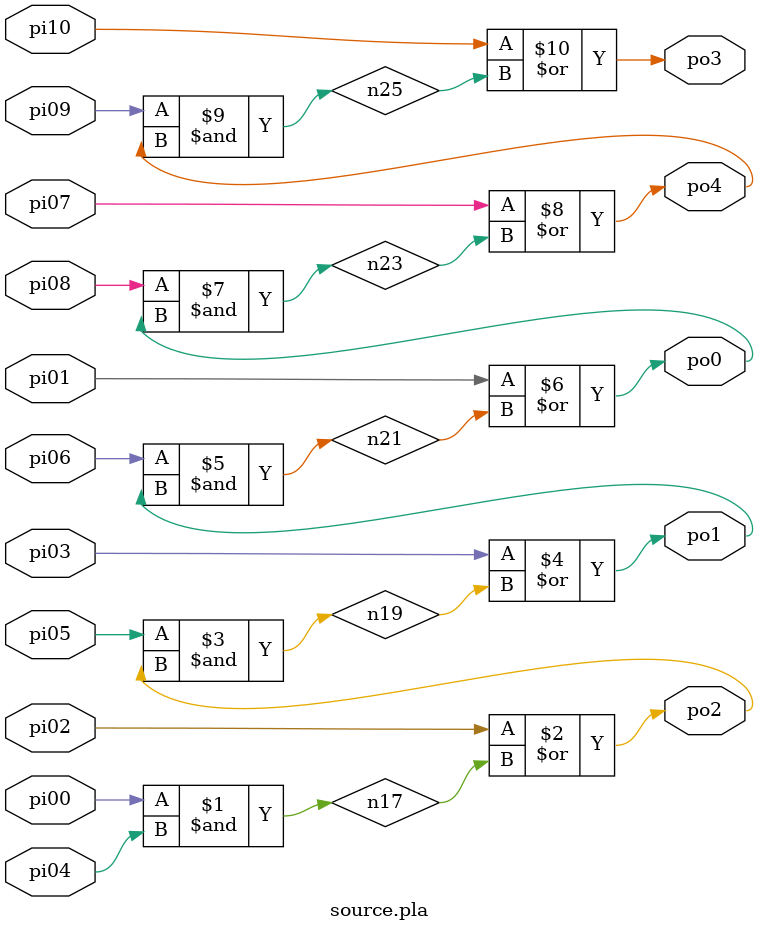
<source format=v>

module \source.pla  ( 
    pi00, pi01, pi02, pi03, pi04, pi05, pi06, pi07, pi08, pi09, pi10,
    po0, po1, po2, po3, po4  );
  input  pi00, pi01, pi02, pi03, pi04, pi05, pi06, pi07, pi08, pi09,
    pi10;
  output po0, po1, po2, po3, po4;
  wire n17, n19, n21, n23, n25;
  assign n17 = pi00 & pi04;
  assign po2 = pi02 | n17;
  assign n19 = pi05 & po2;
  assign po1 = pi03 | n19;
  assign n21 = pi06 & po1;
  assign po0 = pi01 | n21;
  assign n23 = pi08 & po0;
  assign po4 = pi07 | n23;
  assign n25 = pi09 & po4;
  assign po3 = pi10 | n25;
endmodule



</source>
